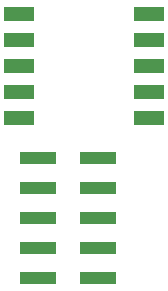
<source format=gbr>
%TF.GenerationSoftware,KiCad,Pcbnew,5.1.9-73d0e3b20d~88~ubuntu18.04.1*%
%TF.CreationDate,2021-01-11T01:03:34+01:00*%
%TF.ProjectId,mp3alarm,6d703361-6c61-4726-9d2e-6b696361645f,v0.2*%
%TF.SameCoordinates,Original*%
%TF.FileFunction,Paste,Bot*%
%TF.FilePolarity,Positive*%
%FSLAX46Y46*%
G04 Gerber Fmt 4.6, Leading zero omitted, Abs format (unit mm)*
G04 Created by KiCad (PCBNEW 5.1.9-73d0e3b20d~88~ubuntu18.04.1) date 2021-01-11 01:03:34*
%MOMM*%
%LPD*%
G01*
G04 APERTURE LIST*
%ADD10R,3.150000X1.000000*%
%ADD11R,2.540000X1.270000*%
G04 APERTURE END LIST*
D10*
%TO.C,JTAG*%
X63007000Y-101346000D03*
X68057000Y-101346000D03*
X63007000Y-98806000D03*
X68057000Y-98806000D03*
X63007000Y-96266000D03*
X68057000Y-96266000D03*
X63007000Y-93726000D03*
X68057000Y-93726000D03*
X63007000Y-91186000D03*
X68057000Y-91186000D03*
%TD*%
D11*
%TO.C,U3*%
X72390000Y-78970000D03*
X72390000Y-81170000D03*
X72390000Y-83370000D03*
X72390000Y-85570000D03*
X72390000Y-87770000D03*
X61390000Y-78970000D03*
X61390000Y-81170000D03*
X61390000Y-83370000D03*
X61390000Y-85570000D03*
X61390000Y-87770000D03*
%TD*%
M02*

</source>
